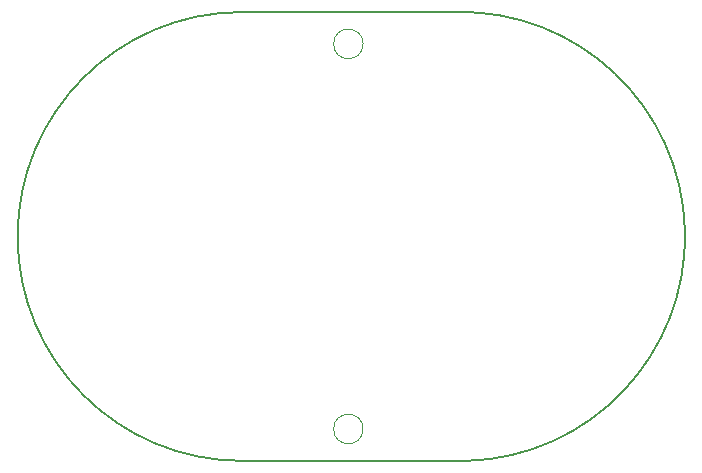
<source format=gbr>
G04 #@! TF.GenerationSoftware,KiCad,Pcbnew,(5.1.4)-1*
G04 #@! TF.CreationDate,2020-02-27T11:32:08-05:00*
G04 #@! TF.ProjectId,MotorcycleSwitch,4d6f746f-7263-4796-936c-655377697463,rev?*
G04 #@! TF.SameCoordinates,Original*
G04 #@! TF.FileFunction,Profile,NP*
%FSLAX46Y46*%
G04 Gerber Fmt 4.6, Leading zero omitted, Abs format (unit mm)*
G04 Created by KiCad (PCBNEW (5.1.4)-1) date 2020-02-27 11:32:08*
%MOMM*%
%LPD*%
G04 APERTURE LIST*
%ADD10C,0.050000*%
%ADD11C,0.150000*%
G04 APERTURE END LIST*
D10*
X149750000Y-84900000D02*
G75*
G03X149750000Y-84900000I-1250000J0D01*
G01*
X149750000Y-117500000D02*
G75*
G03X149750000Y-117500000I-1250000J0D01*
G01*
D11*
X139500000Y-120200000D02*
X158500000Y-120200000D01*
X139500000Y-82200000D02*
X157500000Y-82200000D01*
X157500000Y-82200000D02*
G75*
G02X158500000Y-120200000I500000J-19000000D01*
G01*
X139500000Y-120200000D02*
G75*
G02X139500000Y-82200000I0J19000000D01*
G01*
M02*

</source>
